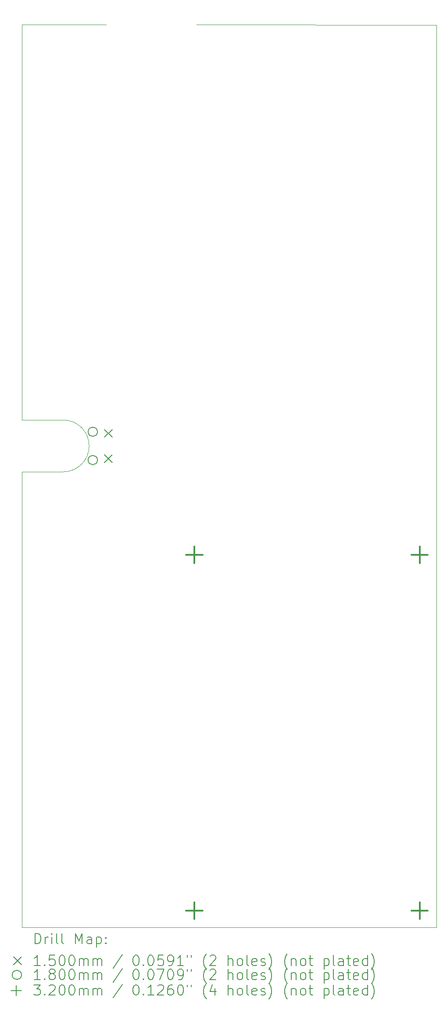
<source format=gbr>
%TF.GenerationSoftware,KiCad,Pcbnew,(6.0.7)*%
%TF.CreationDate,2023-09-07T13:48:51+01:00*%
%TF.ProjectId,CCC_rig_controller,4343435f-7269-4675-9f63-6f6e74726f6c,rev?*%
%TF.SameCoordinates,Original*%
%TF.FileFunction,Drillmap*%
%TF.FilePolarity,Positive*%
%FSLAX45Y45*%
G04 Gerber Fmt 4.5, Leading zero omitted, Abs format (unit mm)*
G04 Created by KiCad (PCBNEW (6.0.7)) date 2023-09-07 13:48:51*
%MOMM*%
%LPD*%
G01*
G04 APERTURE LIST*
%ADD10C,0.100000*%
%ADD11C,0.200000*%
%ADD12C,0.150000*%
%ADD13C,0.180000*%
%ADD14C,0.320000*%
G04 APERTURE END LIST*
D10*
X1200000Y-9619440D02*
X1200000Y-1999440D01*
X4571220Y-1999440D02*
X9200000Y-2003880D01*
X9200000Y-2003880D02*
X9200000Y-19399440D01*
X1200000Y-10619440D02*
X1200000Y-19399440D01*
X2828780Y-1999440D02*
X1200000Y-1999440D01*
X2000000Y-9619440D02*
X1200000Y-9619440D01*
X9200000Y-19399440D02*
X1200000Y-19399440D01*
X2000000Y-10619440D02*
G75*
G03*
X2000000Y-9619440I0J500000D01*
G01*
X2000000Y-10619440D02*
X1200000Y-10619440D01*
D11*
D12*
X2798000Y-9801940D02*
X2948000Y-9951940D01*
X2948000Y-9801940D02*
X2798000Y-9951940D01*
X2798000Y-10286940D02*
X2948000Y-10436940D01*
X2948000Y-10286940D02*
X2798000Y-10436940D01*
D13*
X2660000Y-9846940D02*
G75*
G03*
X2660000Y-9846940I-90000J0D01*
G01*
X2660000Y-10391940D02*
G75*
G03*
X2660000Y-10391940I-90000J0D01*
G01*
D14*
X4528580Y-12058580D02*
X4528580Y-12378580D01*
X4368580Y-12218580D02*
X4688580Y-12218580D01*
X4528580Y-18918580D02*
X4528580Y-19238580D01*
X4368580Y-19078580D02*
X4688580Y-19078580D01*
X8878580Y-12058580D02*
X8878580Y-12378580D01*
X8718580Y-12218580D02*
X9038580Y-12218580D01*
X8878580Y-18918580D02*
X8878580Y-19238580D01*
X8718580Y-19078580D02*
X9038580Y-19078580D01*
D11*
X1452619Y-19714916D02*
X1452619Y-19514916D01*
X1500238Y-19514916D01*
X1528809Y-19524440D01*
X1547857Y-19543488D01*
X1557381Y-19562535D01*
X1566905Y-19600630D01*
X1566905Y-19629202D01*
X1557381Y-19667297D01*
X1547857Y-19686345D01*
X1528809Y-19705392D01*
X1500238Y-19714916D01*
X1452619Y-19714916D01*
X1652619Y-19714916D02*
X1652619Y-19581583D01*
X1652619Y-19619678D02*
X1662143Y-19600630D01*
X1671667Y-19591107D01*
X1690714Y-19581583D01*
X1709762Y-19581583D01*
X1776428Y-19714916D02*
X1776428Y-19581583D01*
X1776428Y-19514916D02*
X1766905Y-19524440D01*
X1776428Y-19533964D01*
X1785952Y-19524440D01*
X1776428Y-19514916D01*
X1776428Y-19533964D01*
X1900238Y-19714916D02*
X1881190Y-19705392D01*
X1871667Y-19686345D01*
X1871667Y-19514916D01*
X2005000Y-19714916D02*
X1985952Y-19705392D01*
X1976428Y-19686345D01*
X1976428Y-19514916D01*
X2233571Y-19714916D02*
X2233571Y-19514916D01*
X2300238Y-19657773D01*
X2366905Y-19514916D01*
X2366905Y-19714916D01*
X2547857Y-19714916D02*
X2547857Y-19610154D01*
X2538333Y-19591107D01*
X2519286Y-19581583D01*
X2481190Y-19581583D01*
X2462143Y-19591107D01*
X2547857Y-19705392D02*
X2528810Y-19714916D01*
X2481190Y-19714916D01*
X2462143Y-19705392D01*
X2452619Y-19686345D01*
X2452619Y-19667297D01*
X2462143Y-19648250D01*
X2481190Y-19638726D01*
X2528810Y-19638726D01*
X2547857Y-19629202D01*
X2643095Y-19581583D02*
X2643095Y-19781583D01*
X2643095Y-19591107D02*
X2662143Y-19581583D01*
X2700238Y-19581583D01*
X2719286Y-19591107D01*
X2728810Y-19600630D01*
X2738333Y-19619678D01*
X2738333Y-19676821D01*
X2728810Y-19695869D01*
X2719286Y-19705392D01*
X2700238Y-19714916D01*
X2662143Y-19714916D01*
X2643095Y-19705392D01*
X2824048Y-19695869D02*
X2833571Y-19705392D01*
X2824048Y-19714916D01*
X2814524Y-19705392D01*
X2824048Y-19695869D01*
X2824048Y-19714916D01*
X2824048Y-19591107D02*
X2833571Y-19600630D01*
X2824048Y-19610154D01*
X2814524Y-19600630D01*
X2824048Y-19591107D01*
X2824048Y-19610154D01*
D12*
X1045000Y-19969440D02*
X1195000Y-20119440D01*
X1195000Y-19969440D02*
X1045000Y-20119440D01*
D11*
X1557381Y-20134916D02*
X1443095Y-20134916D01*
X1500238Y-20134916D02*
X1500238Y-19934916D01*
X1481190Y-19963488D01*
X1462143Y-19982535D01*
X1443095Y-19992059D01*
X1643095Y-20115869D02*
X1652619Y-20125392D01*
X1643095Y-20134916D01*
X1633571Y-20125392D01*
X1643095Y-20115869D01*
X1643095Y-20134916D01*
X1833571Y-19934916D02*
X1738333Y-19934916D01*
X1728809Y-20030154D01*
X1738333Y-20020630D01*
X1757381Y-20011107D01*
X1805000Y-20011107D01*
X1824048Y-20020630D01*
X1833571Y-20030154D01*
X1843095Y-20049202D01*
X1843095Y-20096821D01*
X1833571Y-20115869D01*
X1824048Y-20125392D01*
X1805000Y-20134916D01*
X1757381Y-20134916D01*
X1738333Y-20125392D01*
X1728809Y-20115869D01*
X1966905Y-19934916D02*
X1985952Y-19934916D01*
X2005000Y-19944440D01*
X2014524Y-19953964D01*
X2024048Y-19973011D01*
X2033571Y-20011107D01*
X2033571Y-20058726D01*
X2024048Y-20096821D01*
X2014524Y-20115869D01*
X2005000Y-20125392D01*
X1985952Y-20134916D01*
X1966905Y-20134916D01*
X1947857Y-20125392D01*
X1938333Y-20115869D01*
X1928809Y-20096821D01*
X1919286Y-20058726D01*
X1919286Y-20011107D01*
X1928809Y-19973011D01*
X1938333Y-19953964D01*
X1947857Y-19944440D01*
X1966905Y-19934916D01*
X2157381Y-19934916D02*
X2176429Y-19934916D01*
X2195476Y-19944440D01*
X2205000Y-19953964D01*
X2214524Y-19973011D01*
X2224048Y-20011107D01*
X2224048Y-20058726D01*
X2214524Y-20096821D01*
X2205000Y-20115869D01*
X2195476Y-20125392D01*
X2176429Y-20134916D01*
X2157381Y-20134916D01*
X2138333Y-20125392D01*
X2128810Y-20115869D01*
X2119286Y-20096821D01*
X2109762Y-20058726D01*
X2109762Y-20011107D01*
X2119286Y-19973011D01*
X2128810Y-19953964D01*
X2138333Y-19944440D01*
X2157381Y-19934916D01*
X2309762Y-20134916D02*
X2309762Y-20001583D01*
X2309762Y-20020630D02*
X2319286Y-20011107D01*
X2338333Y-20001583D01*
X2366905Y-20001583D01*
X2385952Y-20011107D01*
X2395476Y-20030154D01*
X2395476Y-20134916D01*
X2395476Y-20030154D02*
X2405000Y-20011107D01*
X2424048Y-20001583D01*
X2452619Y-20001583D01*
X2471667Y-20011107D01*
X2481190Y-20030154D01*
X2481190Y-20134916D01*
X2576429Y-20134916D02*
X2576429Y-20001583D01*
X2576429Y-20020630D02*
X2585952Y-20011107D01*
X2605000Y-20001583D01*
X2633571Y-20001583D01*
X2652619Y-20011107D01*
X2662143Y-20030154D01*
X2662143Y-20134916D01*
X2662143Y-20030154D02*
X2671667Y-20011107D01*
X2690714Y-20001583D01*
X2719286Y-20001583D01*
X2738333Y-20011107D01*
X2747857Y-20030154D01*
X2747857Y-20134916D01*
X3138333Y-19925392D02*
X2966905Y-20182535D01*
X3395476Y-19934916D02*
X3414524Y-19934916D01*
X3433571Y-19944440D01*
X3443095Y-19953964D01*
X3452619Y-19973011D01*
X3462143Y-20011107D01*
X3462143Y-20058726D01*
X3452619Y-20096821D01*
X3443095Y-20115869D01*
X3433571Y-20125392D01*
X3414524Y-20134916D01*
X3395476Y-20134916D01*
X3376428Y-20125392D01*
X3366905Y-20115869D01*
X3357381Y-20096821D01*
X3347857Y-20058726D01*
X3347857Y-20011107D01*
X3357381Y-19973011D01*
X3366905Y-19953964D01*
X3376428Y-19944440D01*
X3395476Y-19934916D01*
X3547857Y-20115869D02*
X3557381Y-20125392D01*
X3547857Y-20134916D01*
X3538333Y-20125392D01*
X3547857Y-20115869D01*
X3547857Y-20134916D01*
X3681190Y-19934916D02*
X3700238Y-19934916D01*
X3719286Y-19944440D01*
X3728809Y-19953964D01*
X3738333Y-19973011D01*
X3747857Y-20011107D01*
X3747857Y-20058726D01*
X3738333Y-20096821D01*
X3728809Y-20115869D01*
X3719286Y-20125392D01*
X3700238Y-20134916D01*
X3681190Y-20134916D01*
X3662143Y-20125392D01*
X3652619Y-20115869D01*
X3643095Y-20096821D01*
X3633571Y-20058726D01*
X3633571Y-20011107D01*
X3643095Y-19973011D01*
X3652619Y-19953964D01*
X3662143Y-19944440D01*
X3681190Y-19934916D01*
X3928809Y-19934916D02*
X3833571Y-19934916D01*
X3824048Y-20030154D01*
X3833571Y-20020630D01*
X3852619Y-20011107D01*
X3900238Y-20011107D01*
X3919286Y-20020630D01*
X3928809Y-20030154D01*
X3938333Y-20049202D01*
X3938333Y-20096821D01*
X3928809Y-20115869D01*
X3919286Y-20125392D01*
X3900238Y-20134916D01*
X3852619Y-20134916D01*
X3833571Y-20125392D01*
X3824048Y-20115869D01*
X4033571Y-20134916D02*
X4071667Y-20134916D01*
X4090714Y-20125392D01*
X4100238Y-20115869D01*
X4119286Y-20087297D01*
X4128809Y-20049202D01*
X4128809Y-19973011D01*
X4119286Y-19953964D01*
X4109762Y-19944440D01*
X4090714Y-19934916D01*
X4052619Y-19934916D01*
X4033571Y-19944440D01*
X4024048Y-19953964D01*
X4014524Y-19973011D01*
X4014524Y-20020630D01*
X4024048Y-20039678D01*
X4033571Y-20049202D01*
X4052619Y-20058726D01*
X4090714Y-20058726D01*
X4109762Y-20049202D01*
X4119286Y-20039678D01*
X4128809Y-20020630D01*
X4319286Y-20134916D02*
X4205000Y-20134916D01*
X4262143Y-20134916D02*
X4262143Y-19934916D01*
X4243095Y-19963488D01*
X4224048Y-19982535D01*
X4205000Y-19992059D01*
X4395476Y-19934916D02*
X4395476Y-19973011D01*
X4471667Y-19934916D02*
X4471667Y-19973011D01*
X4766905Y-20211107D02*
X4757381Y-20201583D01*
X4738333Y-20173011D01*
X4728810Y-20153964D01*
X4719286Y-20125392D01*
X4709762Y-20077773D01*
X4709762Y-20039678D01*
X4719286Y-19992059D01*
X4728810Y-19963488D01*
X4738333Y-19944440D01*
X4757381Y-19915869D01*
X4766905Y-19906345D01*
X4833571Y-19953964D02*
X4843095Y-19944440D01*
X4862143Y-19934916D01*
X4909762Y-19934916D01*
X4928810Y-19944440D01*
X4938333Y-19953964D01*
X4947857Y-19973011D01*
X4947857Y-19992059D01*
X4938333Y-20020630D01*
X4824048Y-20134916D01*
X4947857Y-20134916D01*
X5185952Y-20134916D02*
X5185952Y-19934916D01*
X5271667Y-20134916D02*
X5271667Y-20030154D01*
X5262143Y-20011107D01*
X5243095Y-20001583D01*
X5214524Y-20001583D01*
X5195476Y-20011107D01*
X5185952Y-20020630D01*
X5395476Y-20134916D02*
X5376429Y-20125392D01*
X5366905Y-20115869D01*
X5357381Y-20096821D01*
X5357381Y-20039678D01*
X5366905Y-20020630D01*
X5376429Y-20011107D01*
X5395476Y-20001583D01*
X5424048Y-20001583D01*
X5443095Y-20011107D01*
X5452619Y-20020630D01*
X5462143Y-20039678D01*
X5462143Y-20096821D01*
X5452619Y-20115869D01*
X5443095Y-20125392D01*
X5424048Y-20134916D01*
X5395476Y-20134916D01*
X5576429Y-20134916D02*
X5557381Y-20125392D01*
X5547857Y-20106345D01*
X5547857Y-19934916D01*
X5728809Y-20125392D02*
X5709762Y-20134916D01*
X5671667Y-20134916D01*
X5652619Y-20125392D01*
X5643095Y-20106345D01*
X5643095Y-20030154D01*
X5652619Y-20011107D01*
X5671667Y-20001583D01*
X5709762Y-20001583D01*
X5728809Y-20011107D01*
X5738333Y-20030154D01*
X5738333Y-20049202D01*
X5643095Y-20068250D01*
X5814524Y-20125392D02*
X5833571Y-20134916D01*
X5871667Y-20134916D01*
X5890714Y-20125392D01*
X5900238Y-20106345D01*
X5900238Y-20096821D01*
X5890714Y-20077773D01*
X5871667Y-20068250D01*
X5843095Y-20068250D01*
X5824048Y-20058726D01*
X5814524Y-20039678D01*
X5814524Y-20030154D01*
X5824048Y-20011107D01*
X5843095Y-20001583D01*
X5871667Y-20001583D01*
X5890714Y-20011107D01*
X5966905Y-20211107D02*
X5976428Y-20201583D01*
X5995476Y-20173011D01*
X6005000Y-20153964D01*
X6014524Y-20125392D01*
X6024048Y-20077773D01*
X6024048Y-20039678D01*
X6014524Y-19992059D01*
X6005000Y-19963488D01*
X5995476Y-19944440D01*
X5976428Y-19915869D01*
X5966905Y-19906345D01*
X6328809Y-20211107D02*
X6319286Y-20201583D01*
X6300238Y-20173011D01*
X6290714Y-20153964D01*
X6281190Y-20125392D01*
X6271667Y-20077773D01*
X6271667Y-20039678D01*
X6281190Y-19992059D01*
X6290714Y-19963488D01*
X6300238Y-19944440D01*
X6319286Y-19915869D01*
X6328809Y-19906345D01*
X6405000Y-20001583D02*
X6405000Y-20134916D01*
X6405000Y-20020630D02*
X6414524Y-20011107D01*
X6433571Y-20001583D01*
X6462143Y-20001583D01*
X6481190Y-20011107D01*
X6490714Y-20030154D01*
X6490714Y-20134916D01*
X6614524Y-20134916D02*
X6595476Y-20125392D01*
X6585952Y-20115869D01*
X6576428Y-20096821D01*
X6576428Y-20039678D01*
X6585952Y-20020630D01*
X6595476Y-20011107D01*
X6614524Y-20001583D01*
X6643095Y-20001583D01*
X6662143Y-20011107D01*
X6671667Y-20020630D01*
X6681190Y-20039678D01*
X6681190Y-20096821D01*
X6671667Y-20115869D01*
X6662143Y-20125392D01*
X6643095Y-20134916D01*
X6614524Y-20134916D01*
X6738333Y-20001583D02*
X6814524Y-20001583D01*
X6766905Y-19934916D02*
X6766905Y-20106345D01*
X6776428Y-20125392D01*
X6795476Y-20134916D01*
X6814524Y-20134916D01*
X7033571Y-20001583D02*
X7033571Y-20201583D01*
X7033571Y-20011107D02*
X7052619Y-20001583D01*
X7090714Y-20001583D01*
X7109762Y-20011107D01*
X7119286Y-20020630D01*
X7128809Y-20039678D01*
X7128809Y-20096821D01*
X7119286Y-20115869D01*
X7109762Y-20125392D01*
X7090714Y-20134916D01*
X7052619Y-20134916D01*
X7033571Y-20125392D01*
X7243095Y-20134916D02*
X7224048Y-20125392D01*
X7214524Y-20106345D01*
X7214524Y-19934916D01*
X7405000Y-20134916D02*
X7405000Y-20030154D01*
X7395476Y-20011107D01*
X7376428Y-20001583D01*
X7338333Y-20001583D01*
X7319286Y-20011107D01*
X7405000Y-20125392D02*
X7385952Y-20134916D01*
X7338333Y-20134916D01*
X7319286Y-20125392D01*
X7309762Y-20106345D01*
X7309762Y-20087297D01*
X7319286Y-20068250D01*
X7338333Y-20058726D01*
X7385952Y-20058726D01*
X7405000Y-20049202D01*
X7471667Y-20001583D02*
X7547857Y-20001583D01*
X7500238Y-19934916D02*
X7500238Y-20106345D01*
X7509762Y-20125392D01*
X7528809Y-20134916D01*
X7547857Y-20134916D01*
X7690714Y-20125392D02*
X7671667Y-20134916D01*
X7633571Y-20134916D01*
X7614524Y-20125392D01*
X7605000Y-20106345D01*
X7605000Y-20030154D01*
X7614524Y-20011107D01*
X7633571Y-20001583D01*
X7671667Y-20001583D01*
X7690714Y-20011107D01*
X7700238Y-20030154D01*
X7700238Y-20049202D01*
X7605000Y-20068250D01*
X7871667Y-20134916D02*
X7871667Y-19934916D01*
X7871667Y-20125392D02*
X7852619Y-20134916D01*
X7814524Y-20134916D01*
X7795476Y-20125392D01*
X7785952Y-20115869D01*
X7776428Y-20096821D01*
X7776428Y-20039678D01*
X7785952Y-20020630D01*
X7795476Y-20011107D01*
X7814524Y-20001583D01*
X7852619Y-20001583D01*
X7871667Y-20011107D01*
X7947857Y-20211107D02*
X7957381Y-20201583D01*
X7976428Y-20173011D01*
X7985952Y-20153964D01*
X7995476Y-20125392D01*
X8005000Y-20077773D01*
X8005000Y-20039678D01*
X7995476Y-19992059D01*
X7985952Y-19963488D01*
X7976428Y-19944440D01*
X7957381Y-19915869D01*
X7947857Y-19906345D01*
D13*
X1195000Y-20314440D02*
G75*
G03*
X1195000Y-20314440I-90000J0D01*
G01*
D11*
X1557381Y-20404916D02*
X1443095Y-20404916D01*
X1500238Y-20404916D02*
X1500238Y-20204916D01*
X1481190Y-20233488D01*
X1462143Y-20252535D01*
X1443095Y-20262059D01*
X1643095Y-20385869D02*
X1652619Y-20395392D01*
X1643095Y-20404916D01*
X1633571Y-20395392D01*
X1643095Y-20385869D01*
X1643095Y-20404916D01*
X1766905Y-20290630D02*
X1747857Y-20281107D01*
X1738333Y-20271583D01*
X1728809Y-20252535D01*
X1728809Y-20243011D01*
X1738333Y-20223964D01*
X1747857Y-20214440D01*
X1766905Y-20204916D01*
X1805000Y-20204916D01*
X1824048Y-20214440D01*
X1833571Y-20223964D01*
X1843095Y-20243011D01*
X1843095Y-20252535D01*
X1833571Y-20271583D01*
X1824048Y-20281107D01*
X1805000Y-20290630D01*
X1766905Y-20290630D01*
X1747857Y-20300154D01*
X1738333Y-20309678D01*
X1728809Y-20328726D01*
X1728809Y-20366821D01*
X1738333Y-20385869D01*
X1747857Y-20395392D01*
X1766905Y-20404916D01*
X1805000Y-20404916D01*
X1824048Y-20395392D01*
X1833571Y-20385869D01*
X1843095Y-20366821D01*
X1843095Y-20328726D01*
X1833571Y-20309678D01*
X1824048Y-20300154D01*
X1805000Y-20290630D01*
X1966905Y-20204916D02*
X1985952Y-20204916D01*
X2005000Y-20214440D01*
X2014524Y-20223964D01*
X2024048Y-20243011D01*
X2033571Y-20281107D01*
X2033571Y-20328726D01*
X2024048Y-20366821D01*
X2014524Y-20385869D01*
X2005000Y-20395392D01*
X1985952Y-20404916D01*
X1966905Y-20404916D01*
X1947857Y-20395392D01*
X1938333Y-20385869D01*
X1928809Y-20366821D01*
X1919286Y-20328726D01*
X1919286Y-20281107D01*
X1928809Y-20243011D01*
X1938333Y-20223964D01*
X1947857Y-20214440D01*
X1966905Y-20204916D01*
X2157381Y-20204916D02*
X2176429Y-20204916D01*
X2195476Y-20214440D01*
X2205000Y-20223964D01*
X2214524Y-20243011D01*
X2224048Y-20281107D01*
X2224048Y-20328726D01*
X2214524Y-20366821D01*
X2205000Y-20385869D01*
X2195476Y-20395392D01*
X2176429Y-20404916D01*
X2157381Y-20404916D01*
X2138333Y-20395392D01*
X2128810Y-20385869D01*
X2119286Y-20366821D01*
X2109762Y-20328726D01*
X2109762Y-20281107D01*
X2119286Y-20243011D01*
X2128810Y-20223964D01*
X2138333Y-20214440D01*
X2157381Y-20204916D01*
X2309762Y-20404916D02*
X2309762Y-20271583D01*
X2309762Y-20290630D02*
X2319286Y-20281107D01*
X2338333Y-20271583D01*
X2366905Y-20271583D01*
X2385952Y-20281107D01*
X2395476Y-20300154D01*
X2395476Y-20404916D01*
X2395476Y-20300154D02*
X2405000Y-20281107D01*
X2424048Y-20271583D01*
X2452619Y-20271583D01*
X2471667Y-20281107D01*
X2481190Y-20300154D01*
X2481190Y-20404916D01*
X2576429Y-20404916D02*
X2576429Y-20271583D01*
X2576429Y-20290630D02*
X2585952Y-20281107D01*
X2605000Y-20271583D01*
X2633571Y-20271583D01*
X2652619Y-20281107D01*
X2662143Y-20300154D01*
X2662143Y-20404916D01*
X2662143Y-20300154D02*
X2671667Y-20281107D01*
X2690714Y-20271583D01*
X2719286Y-20271583D01*
X2738333Y-20281107D01*
X2747857Y-20300154D01*
X2747857Y-20404916D01*
X3138333Y-20195392D02*
X2966905Y-20452535D01*
X3395476Y-20204916D02*
X3414524Y-20204916D01*
X3433571Y-20214440D01*
X3443095Y-20223964D01*
X3452619Y-20243011D01*
X3462143Y-20281107D01*
X3462143Y-20328726D01*
X3452619Y-20366821D01*
X3443095Y-20385869D01*
X3433571Y-20395392D01*
X3414524Y-20404916D01*
X3395476Y-20404916D01*
X3376428Y-20395392D01*
X3366905Y-20385869D01*
X3357381Y-20366821D01*
X3347857Y-20328726D01*
X3347857Y-20281107D01*
X3357381Y-20243011D01*
X3366905Y-20223964D01*
X3376428Y-20214440D01*
X3395476Y-20204916D01*
X3547857Y-20385869D02*
X3557381Y-20395392D01*
X3547857Y-20404916D01*
X3538333Y-20395392D01*
X3547857Y-20385869D01*
X3547857Y-20404916D01*
X3681190Y-20204916D02*
X3700238Y-20204916D01*
X3719286Y-20214440D01*
X3728809Y-20223964D01*
X3738333Y-20243011D01*
X3747857Y-20281107D01*
X3747857Y-20328726D01*
X3738333Y-20366821D01*
X3728809Y-20385869D01*
X3719286Y-20395392D01*
X3700238Y-20404916D01*
X3681190Y-20404916D01*
X3662143Y-20395392D01*
X3652619Y-20385869D01*
X3643095Y-20366821D01*
X3633571Y-20328726D01*
X3633571Y-20281107D01*
X3643095Y-20243011D01*
X3652619Y-20223964D01*
X3662143Y-20214440D01*
X3681190Y-20204916D01*
X3814524Y-20204916D02*
X3947857Y-20204916D01*
X3862143Y-20404916D01*
X4062143Y-20204916D02*
X4081190Y-20204916D01*
X4100238Y-20214440D01*
X4109762Y-20223964D01*
X4119286Y-20243011D01*
X4128809Y-20281107D01*
X4128809Y-20328726D01*
X4119286Y-20366821D01*
X4109762Y-20385869D01*
X4100238Y-20395392D01*
X4081190Y-20404916D01*
X4062143Y-20404916D01*
X4043095Y-20395392D01*
X4033571Y-20385869D01*
X4024048Y-20366821D01*
X4014524Y-20328726D01*
X4014524Y-20281107D01*
X4024048Y-20243011D01*
X4033571Y-20223964D01*
X4043095Y-20214440D01*
X4062143Y-20204916D01*
X4224048Y-20404916D02*
X4262143Y-20404916D01*
X4281190Y-20395392D01*
X4290714Y-20385869D01*
X4309762Y-20357297D01*
X4319286Y-20319202D01*
X4319286Y-20243011D01*
X4309762Y-20223964D01*
X4300238Y-20214440D01*
X4281190Y-20204916D01*
X4243095Y-20204916D01*
X4224048Y-20214440D01*
X4214524Y-20223964D01*
X4205000Y-20243011D01*
X4205000Y-20290630D01*
X4214524Y-20309678D01*
X4224048Y-20319202D01*
X4243095Y-20328726D01*
X4281190Y-20328726D01*
X4300238Y-20319202D01*
X4309762Y-20309678D01*
X4319286Y-20290630D01*
X4395476Y-20204916D02*
X4395476Y-20243011D01*
X4471667Y-20204916D02*
X4471667Y-20243011D01*
X4766905Y-20481107D02*
X4757381Y-20471583D01*
X4738333Y-20443011D01*
X4728810Y-20423964D01*
X4719286Y-20395392D01*
X4709762Y-20347773D01*
X4709762Y-20309678D01*
X4719286Y-20262059D01*
X4728810Y-20233488D01*
X4738333Y-20214440D01*
X4757381Y-20185869D01*
X4766905Y-20176345D01*
X4833571Y-20223964D02*
X4843095Y-20214440D01*
X4862143Y-20204916D01*
X4909762Y-20204916D01*
X4928810Y-20214440D01*
X4938333Y-20223964D01*
X4947857Y-20243011D01*
X4947857Y-20262059D01*
X4938333Y-20290630D01*
X4824048Y-20404916D01*
X4947857Y-20404916D01*
X5185952Y-20404916D02*
X5185952Y-20204916D01*
X5271667Y-20404916D02*
X5271667Y-20300154D01*
X5262143Y-20281107D01*
X5243095Y-20271583D01*
X5214524Y-20271583D01*
X5195476Y-20281107D01*
X5185952Y-20290630D01*
X5395476Y-20404916D02*
X5376429Y-20395392D01*
X5366905Y-20385869D01*
X5357381Y-20366821D01*
X5357381Y-20309678D01*
X5366905Y-20290630D01*
X5376429Y-20281107D01*
X5395476Y-20271583D01*
X5424048Y-20271583D01*
X5443095Y-20281107D01*
X5452619Y-20290630D01*
X5462143Y-20309678D01*
X5462143Y-20366821D01*
X5452619Y-20385869D01*
X5443095Y-20395392D01*
X5424048Y-20404916D01*
X5395476Y-20404916D01*
X5576429Y-20404916D02*
X5557381Y-20395392D01*
X5547857Y-20376345D01*
X5547857Y-20204916D01*
X5728809Y-20395392D02*
X5709762Y-20404916D01*
X5671667Y-20404916D01*
X5652619Y-20395392D01*
X5643095Y-20376345D01*
X5643095Y-20300154D01*
X5652619Y-20281107D01*
X5671667Y-20271583D01*
X5709762Y-20271583D01*
X5728809Y-20281107D01*
X5738333Y-20300154D01*
X5738333Y-20319202D01*
X5643095Y-20338250D01*
X5814524Y-20395392D02*
X5833571Y-20404916D01*
X5871667Y-20404916D01*
X5890714Y-20395392D01*
X5900238Y-20376345D01*
X5900238Y-20366821D01*
X5890714Y-20347773D01*
X5871667Y-20338250D01*
X5843095Y-20338250D01*
X5824048Y-20328726D01*
X5814524Y-20309678D01*
X5814524Y-20300154D01*
X5824048Y-20281107D01*
X5843095Y-20271583D01*
X5871667Y-20271583D01*
X5890714Y-20281107D01*
X5966905Y-20481107D02*
X5976428Y-20471583D01*
X5995476Y-20443011D01*
X6005000Y-20423964D01*
X6014524Y-20395392D01*
X6024048Y-20347773D01*
X6024048Y-20309678D01*
X6014524Y-20262059D01*
X6005000Y-20233488D01*
X5995476Y-20214440D01*
X5976428Y-20185869D01*
X5966905Y-20176345D01*
X6328809Y-20481107D02*
X6319286Y-20471583D01*
X6300238Y-20443011D01*
X6290714Y-20423964D01*
X6281190Y-20395392D01*
X6271667Y-20347773D01*
X6271667Y-20309678D01*
X6281190Y-20262059D01*
X6290714Y-20233488D01*
X6300238Y-20214440D01*
X6319286Y-20185869D01*
X6328809Y-20176345D01*
X6405000Y-20271583D02*
X6405000Y-20404916D01*
X6405000Y-20290630D02*
X6414524Y-20281107D01*
X6433571Y-20271583D01*
X6462143Y-20271583D01*
X6481190Y-20281107D01*
X6490714Y-20300154D01*
X6490714Y-20404916D01*
X6614524Y-20404916D02*
X6595476Y-20395392D01*
X6585952Y-20385869D01*
X6576428Y-20366821D01*
X6576428Y-20309678D01*
X6585952Y-20290630D01*
X6595476Y-20281107D01*
X6614524Y-20271583D01*
X6643095Y-20271583D01*
X6662143Y-20281107D01*
X6671667Y-20290630D01*
X6681190Y-20309678D01*
X6681190Y-20366821D01*
X6671667Y-20385869D01*
X6662143Y-20395392D01*
X6643095Y-20404916D01*
X6614524Y-20404916D01*
X6738333Y-20271583D02*
X6814524Y-20271583D01*
X6766905Y-20204916D02*
X6766905Y-20376345D01*
X6776428Y-20395392D01*
X6795476Y-20404916D01*
X6814524Y-20404916D01*
X7033571Y-20271583D02*
X7033571Y-20471583D01*
X7033571Y-20281107D02*
X7052619Y-20271583D01*
X7090714Y-20271583D01*
X7109762Y-20281107D01*
X7119286Y-20290630D01*
X7128809Y-20309678D01*
X7128809Y-20366821D01*
X7119286Y-20385869D01*
X7109762Y-20395392D01*
X7090714Y-20404916D01*
X7052619Y-20404916D01*
X7033571Y-20395392D01*
X7243095Y-20404916D02*
X7224048Y-20395392D01*
X7214524Y-20376345D01*
X7214524Y-20204916D01*
X7405000Y-20404916D02*
X7405000Y-20300154D01*
X7395476Y-20281107D01*
X7376428Y-20271583D01*
X7338333Y-20271583D01*
X7319286Y-20281107D01*
X7405000Y-20395392D02*
X7385952Y-20404916D01*
X7338333Y-20404916D01*
X7319286Y-20395392D01*
X7309762Y-20376345D01*
X7309762Y-20357297D01*
X7319286Y-20338250D01*
X7338333Y-20328726D01*
X7385952Y-20328726D01*
X7405000Y-20319202D01*
X7471667Y-20271583D02*
X7547857Y-20271583D01*
X7500238Y-20204916D02*
X7500238Y-20376345D01*
X7509762Y-20395392D01*
X7528809Y-20404916D01*
X7547857Y-20404916D01*
X7690714Y-20395392D02*
X7671667Y-20404916D01*
X7633571Y-20404916D01*
X7614524Y-20395392D01*
X7605000Y-20376345D01*
X7605000Y-20300154D01*
X7614524Y-20281107D01*
X7633571Y-20271583D01*
X7671667Y-20271583D01*
X7690714Y-20281107D01*
X7700238Y-20300154D01*
X7700238Y-20319202D01*
X7605000Y-20338250D01*
X7871667Y-20404916D02*
X7871667Y-20204916D01*
X7871667Y-20395392D02*
X7852619Y-20404916D01*
X7814524Y-20404916D01*
X7795476Y-20395392D01*
X7785952Y-20385869D01*
X7776428Y-20366821D01*
X7776428Y-20309678D01*
X7785952Y-20290630D01*
X7795476Y-20281107D01*
X7814524Y-20271583D01*
X7852619Y-20271583D01*
X7871667Y-20281107D01*
X7947857Y-20481107D02*
X7957381Y-20471583D01*
X7976428Y-20443011D01*
X7985952Y-20423964D01*
X7995476Y-20395392D01*
X8005000Y-20347773D01*
X8005000Y-20309678D01*
X7995476Y-20262059D01*
X7985952Y-20233488D01*
X7976428Y-20214440D01*
X7957381Y-20185869D01*
X7947857Y-20176345D01*
X1095000Y-20514440D02*
X1095000Y-20714440D01*
X995000Y-20614440D02*
X1195000Y-20614440D01*
X1433571Y-20504916D02*
X1557381Y-20504916D01*
X1490714Y-20581107D01*
X1519286Y-20581107D01*
X1538333Y-20590630D01*
X1547857Y-20600154D01*
X1557381Y-20619202D01*
X1557381Y-20666821D01*
X1547857Y-20685869D01*
X1538333Y-20695392D01*
X1519286Y-20704916D01*
X1462143Y-20704916D01*
X1443095Y-20695392D01*
X1433571Y-20685869D01*
X1643095Y-20685869D02*
X1652619Y-20695392D01*
X1643095Y-20704916D01*
X1633571Y-20695392D01*
X1643095Y-20685869D01*
X1643095Y-20704916D01*
X1728809Y-20523964D02*
X1738333Y-20514440D01*
X1757381Y-20504916D01*
X1805000Y-20504916D01*
X1824048Y-20514440D01*
X1833571Y-20523964D01*
X1843095Y-20543011D01*
X1843095Y-20562059D01*
X1833571Y-20590630D01*
X1719286Y-20704916D01*
X1843095Y-20704916D01*
X1966905Y-20504916D02*
X1985952Y-20504916D01*
X2005000Y-20514440D01*
X2014524Y-20523964D01*
X2024048Y-20543011D01*
X2033571Y-20581107D01*
X2033571Y-20628726D01*
X2024048Y-20666821D01*
X2014524Y-20685869D01*
X2005000Y-20695392D01*
X1985952Y-20704916D01*
X1966905Y-20704916D01*
X1947857Y-20695392D01*
X1938333Y-20685869D01*
X1928809Y-20666821D01*
X1919286Y-20628726D01*
X1919286Y-20581107D01*
X1928809Y-20543011D01*
X1938333Y-20523964D01*
X1947857Y-20514440D01*
X1966905Y-20504916D01*
X2157381Y-20504916D02*
X2176429Y-20504916D01*
X2195476Y-20514440D01*
X2205000Y-20523964D01*
X2214524Y-20543011D01*
X2224048Y-20581107D01*
X2224048Y-20628726D01*
X2214524Y-20666821D01*
X2205000Y-20685869D01*
X2195476Y-20695392D01*
X2176429Y-20704916D01*
X2157381Y-20704916D01*
X2138333Y-20695392D01*
X2128810Y-20685869D01*
X2119286Y-20666821D01*
X2109762Y-20628726D01*
X2109762Y-20581107D01*
X2119286Y-20543011D01*
X2128810Y-20523964D01*
X2138333Y-20514440D01*
X2157381Y-20504916D01*
X2309762Y-20704916D02*
X2309762Y-20571583D01*
X2309762Y-20590630D02*
X2319286Y-20581107D01*
X2338333Y-20571583D01*
X2366905Y-20571583D01*
X2385952Y-20581107D01*
X2395476Y-20600154D01*
X2395476Y-20704916D01*
X2395476Y-20600154D02*
X2405000Y-20581107D01*
X2424048Y-20571583D01*
X2452619Y-20571583D01*
X2471667Y-20581107D01*
X2481190Y-20600154D01*
X2481190Y-20704916D01*
X2576429Y-20704916D02*
X2576429Y-20571583D01*
X2576429Y-20590630D02*
X2585952Y-20581107D01*
X2605000Y-20571583D01*
X2633571Y-20571583D01*
X2652619Y-20581107D01*
X2662143Y-20600154D01*
X2662143Y-20704916D01*
X2662143Y-20600154D02*
X2671667Y-20581107D01*
X2690714Y-20571583D01*
X2719286Y-20571583D01*
X2738333Y-20581107D01*
X2747857Y-20600154D01*
X2747857Y-20704916D01*
X3138333Y-20495392D02*
X2966905Y-20752535D01*
X3395476Y-20504916D02*
X3414524Y-20504916D01*
X3433571Y-20514440D01*
X3443095Y-20523964D01*
X3452619Y-20543011D01*
X3462143Y-20581107D01*
X3462143Y-20628726D01*
X3452619Y-20666821D01*
X3443095Y-20685869D01*
X3433571Y-20695392D01*
X3414524Y-20704916D01*
X3395476Y-20704916D01*
X3376428Y-20695392D01*
X3366905Y-20685869D01*
X3357381Y-20666821D01*
X3347857Y-20628726D01*
X3347857Y-20581107D01*
X3357381Y-20543011D01*
X3366905Y-20523964D01*
X3376428Y-20514440D01*
X3395476Y-20504916D01*
X3547857Y-20685869D02*
X3557381Y-20695392D01*
X3547857Y-20704916D01*
X3538333Y-20695392D01*
X3547857Y-20685869D01*
X3547857Y-20704916D01*
X3747857Y-20704916D02*
X3633571Y-20704916D01*
X3690714Y-20704916D02*
X3690714Y-20504916D01*
X3671667Y-20533488D01*
X3652619Y-20552535D01*
X3633571Y-20562059D01*
X3824048Y-20523964D02*
X3833571Y-20514440D01*
X3852619Y-20504916D01*
X3900238Y-20504916D01*
X3919286Y-20514440D01*
X3928809Y-20523964D01*
X3938333Y-20543011D01*
X3938333Y-20562059D01*
X3928809Y-20590630D01*
X3814524Y-20704916D01*
X3938333Y-20704916D01*
X4109762Y-20504916D02*
X4071667Y-20504916D01*
X4052619Y-20514440D01*
X4043095Y-20523964D01*
X4024048Y-20552535D01*
X4014524Y-20590630D01*
X4014524Y-20666821D01*
X4024048Y-20685869D01*
X4033571Y-20695392D01*
X4052619Y-20704916D01*
X4090714Y-20704916D01*
X4109762Y-20695392D01*
X4119286Y-20685869D01*
X4128809Y-20666821D01*
X4128809Y-20619202D01*
X4119286Y-20600154D01*
X4109762Y-20590630D01*
X4090714Y-20581107D01*
X4052619Y-20581107D01*
X4033571Y-20590630D01*
X4024048Y-20600154D01*
X4014524Y-20619202D01*
X4252619Y-20504916D02*
X4271667Y-20504916D01*
X4290714Y-20514440D01*
X4300238Y-20523964D01*
X4309762Y-20543011D01*
X4319286Y-20581107D01*
X4319286Y-20628726D01*
X4309762Y-20666821D01*
X4300238Y-20685869D01*
X4290714Y-20695392D01*
X4271667Y-20704916D01*
X4252619Y-20704916D01*
X4233571Y-20695392D01*
X4224048Y-20685869D01*
X4214524Y-20666821D01*
X4205000Y-20628726D01*
X4205000Y-20581107D01*
X4214524Y-20543011D01*
X4224048Y-20523964D01*
X4233571Y-20514440D01*
X4252619Y-20504916D01*
X4395476Y-20504916D02*
X4395476Y-20543011D01*
X4471667Y-20504916D02*
X4471667Y-20543011D01*
X4766905Y-20781107D02*
X4757381Y-20771583D01*
X4738333Y-20743011D01*
X4728810Y-20723964D01*
X4719286Y-20695392D01*
X4709762Y-20647773D01*
X4709762Y-20609678D01*
X4719286Y-20562059D01*
X4728810Y-20533488D01*
X4738333Y-20514440D01*
X4757381Y-20485869D01*
X4766905Y-20476345D01*
X4928810Y-20571583D02*
X4928810Y-20704916D01*
X4881190Y-20495392D02*
X4833571Y-20638250D01*
X4957381Y-20638250D01*
X5185952Y-20704916D02*
X5185952Y-20504916D01*
X5271667Y-20704916D02*
X5271667Y-20600154D01*
X5262143Y-20581107D01*
X5243095Y-20571583D01*
X5214524Y-20571583D01*
X5195476Y-20581107D01*
X5185952Y-20590630D01*
X5395476Y-20704916D02*
X5376429Y-20695392D01*
X5366905Y-20685869D01*
X5357381Y-20666821D01*
X5357381Y-20609678D01*
X5366905Y-20590630D01*
X5376429Y-20581107D01*
X5395476Y-20571583D01*
X5424048Y-20571583D01*
X5443095Y-20581107D01*
X5452619Y-20590630D01*
X5462143Y-20609678D01*
X5462143Y-20666821D01*
X5452619Y-20685869D01*
X5443095Y-20695392D01*
X5424048Y-20704916D01*
X5395476Y-20704916D01*
X5576429Y-20704916D02*
X5557381Y-20695392D01*
X5547857Y-20676345D01*
X5547857Y-20504916D01*
X5728809Y-20695392D02*
X5709762Y-20704916D01*
X5671667Y-20704916D01*
X5652619Y-20695392D01*
X5643095Y-20676345D01*
X5643095Y-20600154D01*
X5652619Y-20581107D01*
X5671667Y-20571583D01*
X5709762Y-20571583D01*
X5728809Y-20581107D01*
X5738333Y-20600154D01*
X5738333Y-20619202D01*
X5643095Y-20638250D01*
X5814524Y-20695392D02*
X5833571Y-20704916D01*
X5871667Y-20704916D01*
X5890714Y-20695392D01*
X5900238Y-20676345D01*
X5900238Y-20666821D01*
X5890714Y-20647773D01*
X5871667Y-20638250D01*
X5843095Y-20638250D01*
X5824048Y-20628726D01*
X5814524Y-20609678D01*
X5814524Y-20600154D01*
X5824048Y-20581107D01*
X5843095Y-20571583D01*
X5871667Y-20571583D01*
X5890714Y-20581107D01*
X5966905Y-20781107D02*
X5976428Y-20771583D01*
X5995476Y-20743011D01*
X6005000Y-20723964D01*
X6014524Y-20695392D01*
X6024048Y-20647773D01*
X6024048Y-20609678D01*
X6014524Y-20562059D01*
X6005000Y-20533488D01*
X5995476Y-20514440D01*
X5976428Y-20485869D01*
X5966905Y-20476345D01*
X6328809Y-20781107D02*
X6319286Y-20771583D01*
X6300238Y-20743011D01*
X6290714Y-20723964D01*
X6281190Y-20695392D01*
X6271667Y-20647773D01*
X6271667Y-20609678D01*
X6281190Y-20562059D01*
X6290714Y-20533488D01*
X6300238Y-20514440D01*
X6319286Y-20485869D01*
X6328809Y-20476345D01*
X6405000Y-20571583D02*
X6405000Y-20704916D01*
X6405000Y-20590630D02*
X6414524Y-20581107D01*
X6433571Y-20571583D01*
X6462143Y-20571583D01*
X6481190Y-20581107D01*
X6490714Y-20600154D01*
X6490714Y-20704916D01*
X6614524Y-20704916D02*
X6595476Y-20695392D01*
X6585952Y-20685869D01*
X6576428Y-20666821D01*
X6576428Y-20609678D01*
X6585952Y-20590630D01*
X6595476Y-20581107D01*
X6614524Y-20571583D01*
X6643095Y-20571583D01*
X6662143Y-20581107D01*
X6671667Y-20590630D01*
X6681190Y-20609678D01*
X6681190Y-20666821D01*
X6671667Y-20685869D01*
X6662143Y-20695392D01*
X6643095Y-20704916D01*
X6614524Y-20704916D01*
X6738333Y-20571583D02*
X6814524Y-20571583D01*
X6766905Y-20504916D02*
X6766905Y-20676345D01*
X6776428Y-20695392D01*
X6795476Y-20704916D01*
X6814524Y-20704916D01*
X7033571Y-20571583D02*
X7033571Y-20771583D01*
X7033571Y-20581107D02*
X7052619Y-20571583D01*
X7090714Y-20571583D01*
X7109762Y-20581107D01*
X7119286Y-20590630D01*
X7128809Y-20609678D01*
X7128809Y-20666821D01*
X7119286Y-20685869D01*
X7109762Y-20695392D01*
X7090714Y-20704916D01*
X7052619Y-20704916D01*
X7033571Y-20695392D01*
X7243095Y-20704916D02*
X7224048Y-20695392D01*
X7214524Y-20676345D01*
X7214524Y-20504916D01*
X7405000Y-20704916D02*
X7405000Y-20600154D01*
X7395476Y-20581107D01*
X7376428Y-20571583D01*
X7338333Y-20571583D01*
X7319286Y-20581107D01*
X7405000Y-20695392D02*
X7385952Y-20704916D01*
X7338333Y-20704916D01*
X7319286Y-20695392D01*
X7309762Y-20676345D01*
X7309762Y-20657297D01*
X7319286Y-20638250D01*
X7338333Y-20628726D01*
X7385952Y-20628726D01*
X7405000Y-20619202D01*
X7471667Y-20571583D02*
X7547857Y-20571583D01*
X7500238Y-20504916D02*
X7500238Y-20676345D01*
X7509762Y-20695392D01*
X7528809Y-20704916D01*
X7547857Y-20704916D01*
X7690714Y-20695392D02*
X7671667Y-20704916D01*
X7633571Y-20704916D01*
X7614524Y-20695392D01*
X7605000Y-20676345D01*
X7605000Y-20600154D01*
X7614524Y-20581107D01*
X7633571Y-20571583D01*
X7671667Y-20571583D01*
X7690714Y-20581107D01*
X7700238Y-20600154D01*
X7700238Y-20619202D01*
X7605000Y-20638250D01*
X7871667Y-20704916D02*
X7871667Y-20504916D01*
X7871667Y-20695392D02*
X7852619Y-20704916D01*
X7814524Y-20704916D01*
X7795476Y-20695392D01*
X7785952Y-20685869D01*
X7776428Y-20666821D01*
X7776428Y-20609678D01*
X7785952Y-20590630D01*
X7795476Y-20581107D01*
X7814524Y-20571583D01*
X7852619Y-20571583D01*
X7871667Y-20581107D01*
X7947857Y-20781107D02*
X7957381Y-20771583D01*
X7976428Y-20743011D01*
X7985952Y-20723964D01*
X7995476Y-20695392D01*
X8005000Y-20647773D01*
X8005000Y-20609678D01*
X7995476Y-20562059D01*
X7985952Y-20533488D01*
X7976428Y-20514440D01*
X7957381Y-20485869D01*
X7947857Y-20476345D01*
M02*

</source>
